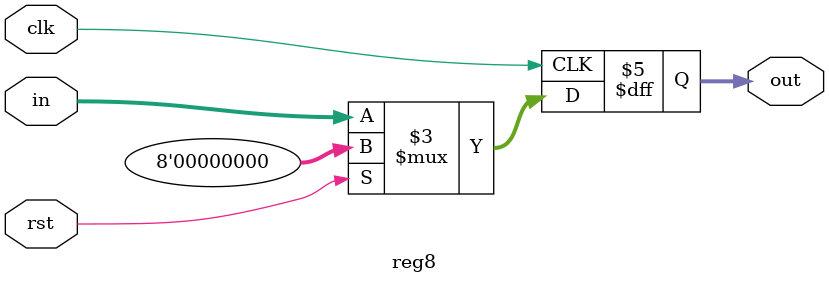
<source format=sv>
module reg8
#(parameter RESS = 8'b0)
	(	 
	output reg [7:0] out,
	input [7:0] in,
	input rst, clk
	);

	always @(posedge clk)
		if (rst) 
			out <= RESS;
		else begin 
			out <= in;
		end
endmodule

</source>
